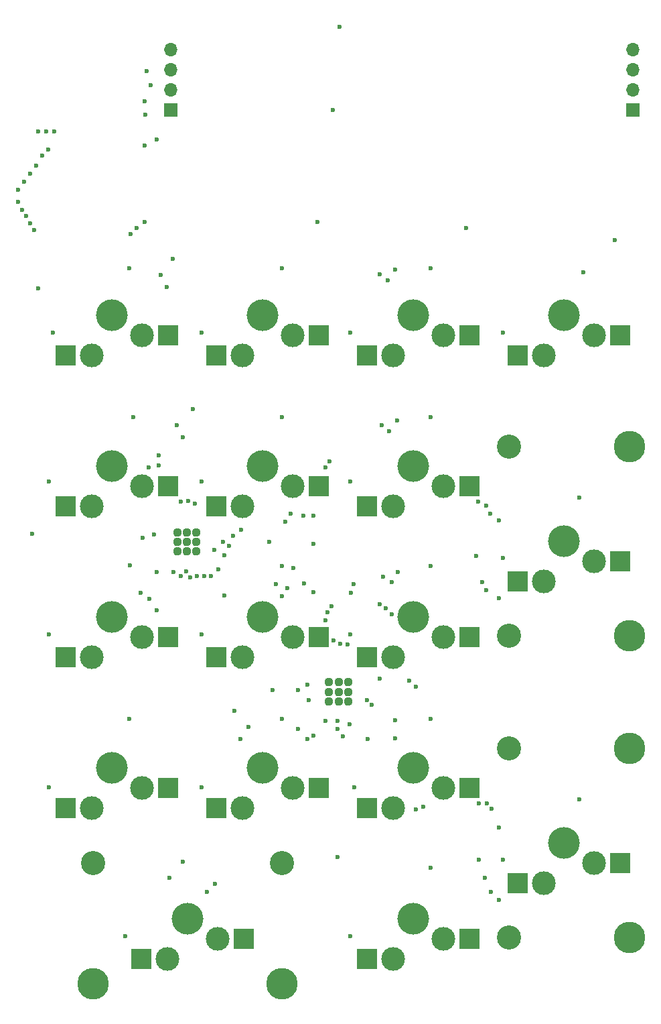
<source format=gbr>
%TF.GenerationSoftware,KiCad,Pcbnew,(6.0.5)*%
%TF.CreationDate,2022-06-21T22:17:49+02:00*%
%TF.ProjectId,Numpad,4e756d70-6164-42e6-9b69-6361645f7063,rev?*%
%TF.SameCoordinates,Original*%
%TF.FileFunction,Soldermask,Bot*%
%TF.FilePolarity,Negative*%
%FSLAX46Y46*%
G04 Gerber Fmt 4.6, Leading zero omitted, Abs format (unit mm)*
G04 Created by KiCad (PCBNEW (6.0.5)) date 2022-06-21 22:17:49*
%MOMM*%
%LPD*%
G01*
G04 APERTURE LIST*
G04 Aperture macros list*
%AMRoundRect*
0 Rectangle with rounded corners*
0 $1 Rounding radius*
0 $2 $3 $4 $5 $6 $7 $8 $9 X,Y pos of 4 corners*
0 Add a 4 corners polygon primitive as box body*
4,1,4,$2,$3,$4,$5,$6,$7,$8,$9,$2,$3,0*
0 Add four circle primitives for the rounded corners*
1,1,$1+$1,$2,$3*
1,1,$1+$1,$4,$5*
1,1,$1+$1,$6,$7*
1,1,$1+$1,$8,$9*
0 Add four rect primitives between the rounded corners*
20,1,$1+$1,$2,$3,$4,$5,0*
20,1,$1+$1,$4,$5,$6,$7,0*
20,1,$1+$1,$6,$7,$8,$9,0*
20,1,$1+$1,$8,$9,$2,$3,0*%
G04 Aperture macros list end*
%ADD10C,3.000000*%
%ADD11C,4.000000*%
%ADD12C,3.048000*%
%ADD13C,3.987800*%
%ADD14R,2.550000X2.500000*%
%ADD15R,1.700000X1.700000*%
%ADD16O,1.700000X1.700000*%
%ADD17RoundRect,0.242500X-0.242500X-0.242500X0.242500X-0.242500X0.242500X0.242500X-0.242500X0.242500X0*%
%ADD18C,0.600000*%
G04 APERTURE END LIST*
D10*
%TO.C,K_ZERO1*%
X47829000Y-140500000D03*
D11*
X44019000Y-137960000D03*
D12*
X55957000Y-130975000D03*
D13*
X32081000Y-146215000D03*
X55957000Y-146215000D03*
D10*
X41479000Y-143040000D03*
D12*
X32081000Y-130975000D03*
D14*
X51104000Y-140500000D03*
X38177000Y-143040000D03*
%TD*%
D10*
%TO.C,K_TWO1*%
X50999000Y-123995000D03*
X57349000Y-121455000D03*
D11*
X53539000Y-118915000D03*
D14*
X60624000Y-121455000D03*
X47697000Y-123995000D03*
%TD*%
D10*
%TO.C,K_DOT1*%
X76399000Y-140505000D03*
D11*
X72589000Y-137965000D03*
D10*
X70049000Y-143045000D03*
D14*
X79674000Y-140505000D03*
X66747000Y-143045000D03*
%TD*%
D11*
%TO.C,K_SLASH1*%
X53539000Y-61765000D03*
D10*
X50999000Y-66845000D03*
X57349000Y-64305000D03*
D14*
X60624000Y-64305000D03*
X47697000Y-66845000D03*
%TD*%
D12*
%TO.C,K_ENTER1*%
X84659000Y-140373000D03*
D10*
X95454000Y-130975000D03*
X89104000Y-133515000D03*
D12*
X84659000Y-116497000D03*
D11*
X91644000Y-128435000D03*
D13*
X99899000Y-140373000D03*
X99899000Y-116497000D03*
D14*
X98729000Y-130975000D03*
X85802000Y-133515000D03*
%TD*%
D10*
%TO.C,K_MINUS1*%
X89099000Y-66845000D03*
D11*
X91639000Y-61765000D03*
D10*
X95449000Y-64305000D03*
D14*
X98724000Y-64305000D03*
X85797000Y-66845000D03*
%TD*%
D15*
%TO.C,J1*%
X100320000Y-35894000D03*
D16*
X100320000Y-33354000D03*
X100320000Y-30814000D03*
X100320000Y-28274000D03*
%TD*%
D10*
%TO.C,K_PLUS1*%
X95454000Y-92875000D03*
D13*
X99899000Y-102273000D03*
D12*
X84659000Y-78397000D03*
D11*
X91644000Y-90335000D03*
D10*
X89104000Y-95415000D03*
D12*
X84659000Y-102273000D03*
D13*
X99899000Y-78397000D03*
D14*
X98729000Y-92875000D03*
X85802000Y-95415000D03*
%TD*%
D10*
%TO.C,K_THREE1*%
X70049000Y-123995000D03*
D11*
X72589000Y-118915000D03*
D10*
X76399000Y-121455000D03*
D14*
X79674000Y-121455000D03*
X66747000Y-123995000D03*
%TD*%
D10*
%TO.C,K_SEVEN1*%
X31949000Y-85895000D03*
X38299000Y-83355000D03*
D11*
X34489000Y-80815000D03*
D14*
X41574000Y-83355000D03*
X28647000Y-85895000D03*
%TD*%
D11*
%TO.C,K_FOUR1*%
X34489000Y-99865000D03*
D10*
X38299000Y-102405000D03*
X31949000Y-104945000D03*
D14*
X41574000Y-102405000D03*
X28647000Y-104945000D03*
%TD*%
D11*
%TO.C,K_ONE1*%
X34489000Y-118915000D03*
D10*
X38299000Y-121455000D03*
X31949000Y-123995000D03*
D14*
X41574000Y-121455000D03*
X28647000Y-123995000D03*
%TD*%
D10*
%TO.C,K_FIVE1*%
X50999000Y-104945000D03*
D11*
X53539000Y-99865000D03*
D10*
X57349000Y-102405000D03*
D14*
X60624000Y-102405000D03*
X47697000Y-104945000D03*
%TD*%
D17*
%TO.C,U2*%
X45142000Y-90424000D03*
X43942000Y-91624000D03*
X43942000Y-90424000D03*
X45142000Y-89224000D03*
X42742000Y-90424000D03*
X45142000Y-91624000D03*
X42742000Y-91624000D03*
X42742000Y-89224000D03*
X43942000Y-89224000D03*
%TD*%
%TO.C,U3*%
X63119000Y-109347000D03*
X64319000Y-108147000D03*
X64319000Y-109347000D03*
X61919000Y-108147000D03*
X63119000Y-110547000D03*
X63119000Y-108147000D03*
X61919000Y-109347000D03*
X61919000Y-110547000D03*
X64319000Y-110547000D03*
%TD*%
D10*
%TO.C,K_SIX1*%
X76399000Y-102405000D03*
X70049000Y-104945000D03*
D11*
X72589000Y-99865000D03*
D14*
X79674000Y-102405000D03*
X66747000Y-104945000D03*
%TD*%
D10*
%TO.C,K_STAR1*%
X70049000Y-66845000D03*
D11*
X72589000Y-61765000D03*
D10*
X76399000Y-64305000D03*
D14*
X79674000Y-64305000D03*
X66747000Y-66845000D03*
%TD*%
D10*
%TO.C,K_EIGHT1*%
X50999000Y-85895000D03*
X57349000Y-83355000D03*
D11*
X53539000Y-80815000D03*
D14*
X60624000Y-83355000D03*
X47697000Y-85895000D03*
%TD*%
D15*
%TO.C,J2*%
X41926000Y-35894000D03*
D16*
X41926000Y-33354000D03*
X41926000Y-30814000D03*
X41926000Y-28274000D03*
%TD*%
D10*
%TO.C,K_NUMPAD1*%
X38299000Y-64305000D03*
D11*
X34489000Y-61765000D03*
D10*
X31949000Y-66845000D03*
D14*
X41574000Y-64305000D03*
X28647000Y-66845000D03*
%TD*%
D10*
%TO.C,K_NINE1*%
X76399000Y-83355000D03*
X70049000Y-85895000D03*
D11*
X72589000Y-80815000D03*
D14*
X79674000Y-83355000D03*
X66747000Y-85895000D03*
%TD*%
D18*
X25654000Y-41656000D03*
X24638000Y-51054000D03*
X26974000Y-63992000D03*
X24102475Y-50197889D03*
X24892000Y-42926000D03*
X26466000Y-82788000D03*
X83385903Y-87707316D03*
X24130000Y-43942000D03*
X23626452Y-49305347D03*
X83362000Y-97520000D03*
X26466000Y-102092000D03*
X23114000Y-48514000D03*
X23368000Y-44958000D03*
X26466000Y-121396000D03*
X22606000Y-47498000D03*
X83362000Y-126476000D03*
X22606000Y-45974000D03*
X83362000Y-135620000D03*
X36118000Y-140192000D03*
X45770000Y-63992000D03*
X45770000Y-82788000D03*
X45770000Y-102092000D03*
X45770000Y-121396000D03*
X64566000Y-63992000D03*
X64566000Y-82788000D03*
X64566000Y-102092000D03*
X65074000Y-121396000D03*
X64566000Y-140192000D03*
X83870000Y-63992000D03*
X83870000Y-92440000D03*
X83870000Y-130540000D03*
X67310000Y-110998000D03*
X66802000Y-115316000D03*
X57985000Y-109147000D03*
X38862000Y-30988000D03*
X57952430Y-114057618D03*
X38608000Y-40386000D03*
X24384000Y-89408000D03*
X38701299Y-36445054D03*
X25146000Y-58420000D03*
X48641000Y-92075000D03*
X54810000Y-109147000D03*
X38612045Y-34788894D03*
X38354000Y-89916000D03*
X38100000Y-96884520D03*
X48641000Y-97155000D03*
X44720000Y-73644000D03*
X44958000Y-85598000D03*
X44069480Y-85216520D03*
X43434000Y-77216000D03*
X43180000Y-85344000D03*
X42688000Y-75676000D03*
X61468000Y-113030000D03*
X43815000Y-94107000D03*
X68326000Y-107696000D03*
X49276000Y-90932000D03*
X40132000Y-39624000D03*
X50800000Y-88900000D03*
X47371000Y-91440000D03*
X62992000Y-113030000D03*
X42218922Y-94229011D03*
X66675000Y-110363000D03*
X40132000Y-94234000D03*
X40132000Y-99060000D03*
X39370000Y-32766000D03*
X82480000Y-124070000D03*
X63627000Y-114935000D03*
X82346000Y-134604000D03*
X72898000Y-124206000D03*
X39116000Y-81026000D03*
X40602000Y-56680000D03*
X40386000Y-80772000D03*
X41364000Y-58204000D03*
X42126000Y-54648000D03*
X40386000Y-79502000D03*
X68580000Y-75692000D03*
X62484000Y-102870000D03*
X63299292Y-103322320D03*
X69523993Y-76436273D03*
X70497000Y-75045000D03*
X64262000Y-103378000D03*
X81788000Y-85852000D03*
X68326000Y-98298000D03*
X81280000Y-95504000D03*
X68724989Y-94851011D03*
X81788000Y-96520000D03*
X69088000Y-98806000D03*
X69859000Y-95495000D03*
X82296000Y-86868000D03*
X80772000Y-85344000D03*
X70612000Y-94234000D03*
X69850000Y-99568000D03*
X80518000Y-92202000D03*
X56388000Y-87884000D03*
X56642000Y-96266000D03*
X62404000Y-35894000D03*
X72898000Y-108712000D03*
X55177262Y-95724876D03*
X65024000Y-95758000D03*
X48514000Y-90424000D03*
X58783011Y-95648989D03*
X58674000Y-87122000D03*
X61468000Y-81026000D03*
X63246000Y-25400000D03*
X59944000Y-90678000D03*
X72080004Y-107923248D03*
X64719750Y-96805095D03*
X59944000Y-87122000D03*
X61976000Y-80264000D03*
X59944000Y-96774000D03*
X54356000Y-90424000D03*
X49784000Y-89662000D03*
X73787000Y-123825000D03*
X81838000Y-123428000D03*
X64501614Y-113461467D03*
X81584000Y-132826000D03*
X57096345Y-86864569D03*
X57404000Y-93726000D03*
X80822000Y-130540000D03*
X80822000Y-123428000D03*
X62992000Y-130175000D03*
X62992000Y-114046000D03*
X70231000Y-115189000D03*
X70231000Y-112903000D03*
X74726000Y-74660000D03*
X74726000Y-55864000D03*
X59309000Y-110363000D03*
X74726000Y-112760000D03*
X59972227Y-114917341D03*
X74726000Y-131556000D03*
X74726000Y-93456000D03*
X41706000Y-132826000D03*
X36626000Y-112760000D03*
X36741335Y-93416482D03*
X36626000Y-55864000D03*
X37134000Y-74660000D03*
X39779308Y-89488624D03*
X39164446Y-97627280D03*
X55930000Y-74660000D03*
X55930000Y-112760000D03*
X55930000Y-93456000D03*
X55930000Y-55864000D03*
X55930000Y-97232000D03*
X59182000Y-108458000D03*
X59182000Y-115316000D03*
X93522000Y-84820000D03*
X93522000Y-122920000D03*
X94030000Y-56372000D03*
X46101000Y-94742000D03*
X49927000Y-111744000D03*
X50673000Y-115316000D03*
X46990000Y-94742000D03*
X47879000Y-93853000D03*
X51705000Y-113776000D03*
X43434000Y-130810000D03*
X43180000Y-94742000D03*
X44323000Y-94869000D03*
X46482000Y-134620000D03*
X45212000Y-94742000D03*
X47498000Y-133604000D03*
X62230000Y-98552000D03*
X70243000Y-55995000D03*
X61722000Y-99314000D03*
X69351000Y-57395000D03*
X68326000Y-56642000D03*
X61468000Y-100330000D03*
X79248000Y-50800000D03*
X26162000Y-38608000D03*
X37592000Y-50800000D03*
X27178000Y-38608000D03*
X60452000Y-50038000D03*
X38608000Y-50038000D03*
X25146000Y-38608000D03*
X98044000Y-52324000D03*
X36830000Y-51562000D03*
X26416000Y-40894000D03*
M02*

</source>
